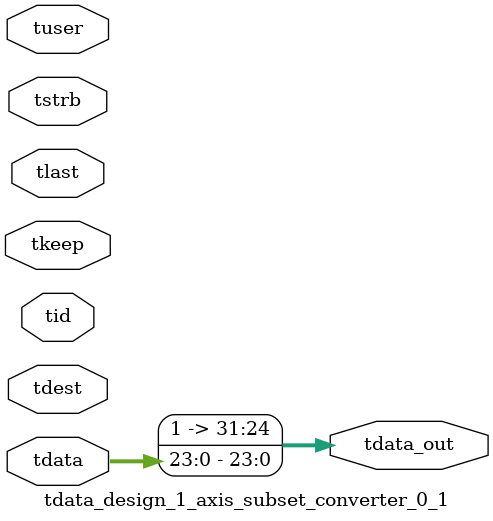
<source format=v>


`timescale 1ps/1ps

module tdata_design_1_axis_subset_converter_0_1 #
(
parameter C_S_AXIS_TDATA_WIDTH = 32,
parameter C_S_AXIS_TUSER_WIDTH = 0,
parameter C_S_AXIS_TID_WIDTH   = 0,
parameter C_S_AXIS_TDEST_WIDTH = 0,
parameter C_M_AXIS_TDATA_WIDTH = 32
)
(
input  [(C_S_AXIS_TDATA_WIDTH == 0 ? 1 : C_S_AXIS_TDATA_WIDTH)-1:0     ] tdata,
input  [(C_S_AXIS_TUSER_WIDTH == 0 ? 1 : C_S_AXIS_TUSER_WIDTH)-1:0     ] tuser,
input  [(C_S_AXIS_TID_WIDTH   == 0 ? 1 : C_S_AXIS_TID_WIDTH)-1:0       ] tid,
input  [(C_S_AXIS_TDEST_WIDTH == 0 ? 1 : C_S_AXIS_TDEST_WIDTH)-1:0     ] tdest,
input  [(C_S_AXIS_TDATA_WIDTH/8)-1:0 ] tkeep,
input  [(C_S_AXIS_TDATA_WIDTH/8)-1:0 ] tstrb,
input                                                                    tlast,
output [C_M_AXIS_TDATA_WIDTH-1:0] tdata_out
);

assign tdata_out = {8'b11111111,tdata[23:0]};

endmodule


</source>
